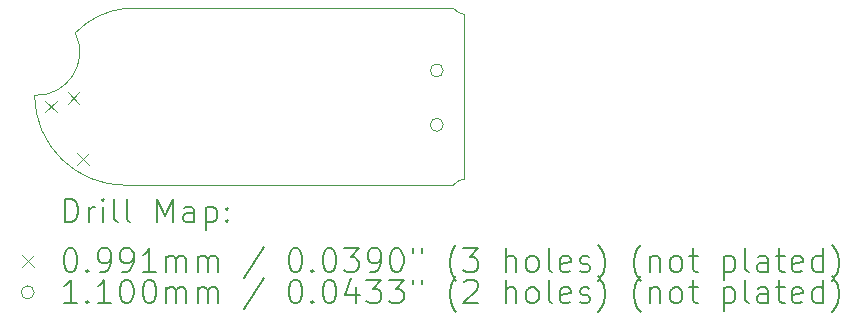
<source format=gbr>
%TF.GenerationSoftware,KiCad,Pcbnew,7.0.7*%
%TF.CreationDate,2024-04-01T13:08:05+02:00*%
%TF.ProjectId,ovrdrive,6f767264-7269-4766-952e-6b696361645f,rev?*%
%TF.SameCoordinates,Original*%
%TF.FileFunction,Drillmap*%
%TF.FilePolarity,Positive*%
%FSLAX45Y45*%
G04 Gerber Fmt 4.5, Leading zero omitted, Abs format (unit mm)*
G04 Created by KiCad (PCBNEW 7.0.7) date 2024-04-01 13:08:05*
%MOMM*%
%LPD*%
G01*
G04 APERTURE LIST*
%ADD10C,0.050000*%
%ADD11C,0.200000*%
%ADD12C,0.099060*%
%ADD13C,0.110000*%
G04 APERTURE END LIST*
D10*
X11580000Y-11162372D02*
X14348446Y-11162372D01*
X11579999Y-9662376D02*
G75*
G03*
X11150000Y-9870724I77211J-707254D01*
G01*
X10803822Y-10400780D02*
G75*
G03*
X11580000Y-11162372I770138J8570D01*
G01*
X14443451Y-11107373D02*
G75*
G03*
X14348452Y-11162372I32589J-165837D01*
G01*
X14348452Y-9662371D02*
G75*
G03*
X14443451Y-9717372I127588J110831D01*
G01*
X14443446Y-9717372D02*
X14443446Y-11107372D01*
X10803826Y-10400780D02*
G75*
G03*
X11150000Y-9870724I16251J367456D01*
G01*
X11580000Y-9662372D02*
X14348446Y-9662372D01*
D11*
D12*
X10894358Y-10445478D02*
X10993418Y-10544538D01*
X10993418Y-10445478D02*
X10894358Y-10544538D01*
X11085304Y-10375980D02*
X11184364Y-10475040D01*
X11184364Y-10375980D02*
X11085304Y-10475040D01*
X11163577Y-10888093D02*
X11262637Y-10987153D01*
X11262637Y-10888093D02*
X11163577Y-10987153D01*
D13*
X14265000Y-10190000D02*
G75*
G03*
X14265000Y-10190000I-55000J0D01*
G01*
X14265000Y-10650000D02*
G75*
G03*
X14265000Y-10650000I-55000J0D01*
G01*
D11*
X11062103Y-11476379D02*
X11062103Y-11276379D01*
X11062103Y-11276379D02*
X11109722Y-11276379D01*
X11109722Y-11276379D02*
X11138294Y-11285903D01*
X11138294Y-11285903D02*
X11157341Y-11304951D01*
X11157341Y-11304951D02*
X11166865Y-11323998D01*
X11166865Y-11323998D02*
X11176389Y-11362094D01*
X11176389Y-11362094D02*
X11176389Y-11390665D01*
X11176389Y-11390665D02*
X11166865Y-11428760D01*
X11166865Y-11428760D02*
X11157341Y-11447808D01*
X11157341Y-11447808D02*
X11138294Y-11466856D01*
X11138294Y-11466856D02*
X11109722Y-11476379D01*
X11109722Y-11476379D02*
X11062103Y-11476379D01*
X11262103Y-11476379D02*
X11262103Y-11343046D01*
X11262103Y-11381141D02*
X11271627Y-11362094D01*
X11271627Y-11362094D02*
X11281151Y-11352570D01*
X11281151Y-11352570D02*
X11300198Y-11343046D01*
X11300198Y-11343046D02*
X11319246Y-11343046D01*
X11385913Y-11476379D02*
X11385913Y-11343046D01*
X11385913Y-11276379D02*
X11376389Y-11285903D01*
X11376389Y-11285903D02*
X11385913Y-11295427D01*
X11385913Y-11295427D02*
X11395436Y-11285903D01*
X11395436Y-11285903D02*
X11385913Y-11276379D01*
X11385913Y-11276379D02*
X11385913Y-11295427D01*
X11509722Y-11476379D02*
X11490674Y-11466856D01*
X11490674Y-11466856D02*
X11481151Y-11447808D01*
X11481151Y-11447808D02*
X11481151Y-11276379D01*
X11614484Y-11476379D02*
X11595436Y-11466856D01*
X11595436Y-11466856D02*
X11585913Y-11447808D01*
X11585913Y-11447808D02*
X11585913Y-11276379D01*
X11843055Y-11476379D02*
X11843055Y-11276379D01*
X11843055Y-11276379D02*
X11909722Y-11419236D01*
X11909722Y-11419236D02*
X11976389Y-11276379D01*
X11976389Y-11276379D02*
X11976389Y-11476379D01*
X12157341Y-11476379D02*
X12157341Y-11371617D01*
X12157341Y-11371617D02*
X12147817Y-11352570D01*
X12147817Y-11352570D02*
X12128770Y-11343046D01*
X12128770Y-11343046D02*
X12090674Y-11343046D01*
X12090674Y-11343046D02*
X12071627Y-11352570D01*
X12157341Y-11466856D02*
X12138294Y-11476379D01*
X12138294Y-11476379D02*
X12090674Y-11476379D01*
X12090674Y-11476379D02*
X12071627Y-11466856D01*
X12071627Y-11466856D02*
X12062103Y-11447808D01*
X12062103Y-11447808D02*
X12062103Y-11428760D01*
X12062103Y-11428760D02*
X12071627Y-11409713D01*
X12071627Y-11409713D02*
X12090674Y-11400189D01*
X12090674Y-11400189D02*
X12138294Y-11400189D01*
X12138294Y-11400189D02*
X12157341Y-11390665D01*
X12252579Y-11343046D02*
X12252579Y-11543046D01*
X12252579Y-11352570D02*
X12271627Y-11343046D01*
X12271627Y-11343046D02*
X12309722Y-11343046D01*
X12309722Y-11343046D02*
X12328770Y-11352570D01*
X12328770Y-11352570D02*
X12338294Y-11362094D01*
X12338294Y-11362094D02*
X12347817Y-11381141D01*
X12347817Y-11381141D02*
X12347817Y-11438284D01*
X12347817Y-11438284D02*
X12338294Y-11457332D01*
X12338294Y-11457332D02*
X12328770Y-11466856D01*
X12328770Y-11466856D02*
X12309722Y-11476379D01*
X12309722Y-11476379D02*
X12271627Y-11476379D01*
X12271627Y-11476379D02*
X12252579Y-11466856D01*
X12433532Y-11457332D02*
X12443055Y-11466856D01*
X12443055Y-11466856D02*
X12433532Y-11476379D01*
X12433532Y-11476379D02*
X12424008Y-11466856D01*
X12424008Y-11466856D02*
X12433532Y-11457332D01*
X12433532Y-11457332D02*
X12433532Y-11476379D01*
X12433532Y-11352570D02*
X12443055Y-11362094D01*
X12443055Y-11362094D02*
X12433532Y-11371617D01*
X12433532Y-11371617D02*
X12424008Y-11362094D01*
X12424008Y-11362094D02*
X12433532Y-11352570D01*
X12433532Y-11352570D02*
X12433532Y-11371617D01*
D12*
X10702266Y-11755366D02*
X10801326Y-11854426D01*
X10801326Y-11755366D02*
X10702266Y-11854426D01*
D11*
X11100198Y-11696379D02*
X11119246Y-11696379D01*
X11119246Y-11696379D02*
X11138294Y-11705903D01*
X11138294Y-11705903D02*
X11147817Y-11715427D01*
X11147817Y-11715427D02*
X11157341Y-11734475D01*
X11157341Y-11734475D02*
X11166865Y-11772570D01*
X11166865Y-11772570D02*
X11166865Y-11820189D01*
X11166865Y-11820189D02*
X11157341Y-11858284D01*
X11157341Y-11858284D02*
X11147817Y-11877332D01*
X11147817Y-11877332D02*
X11138294Y-11886856D01*
X11138294Y-11886856D02*
X11119246Y-11896379D01*
X11119246Y-11896379D02*
X11100198Y-11896379D01*
X11100198Y-11896379D02*
X11081151Y-11886856D01*
X11081151Y-11886856D02*
X11071627Y-11877332D01*
X11071627Y-11877332D02*
X11062103Y-11858284D01*
X11062103Y-11858284D02*
X11052579Y-11820189D01*
X11052579Y-11820189D02*
X11052579Y-11772570D01*
X11052579Y-11772570D02*
X11062103Y-11734475D01*
X11062103Y-11734475D02*
X11071627Y-11715427D01*
X11071627Y-11715427D02*
X11081151Y-11705903D01*
X11081151Y-11705903D02*
X11100198Y-11696379D01*
X11252579Y-11877332D02*
X11262103Y-11886856D01*
X11262103Y-11886856D02*
X11252579Y-11896379D01*
X11252579Y-11896379D02*
X11243055Y-11886856D01*
X11243055Y-11886856D02*
X11252579Y-11877332D01*
X11252579Y-11877332D02*
X11252579Y-11896379D01*
X11357341Y-11896379D02*
X11395436Y-11896379D01*
X11395436Y-11896379D02*
X11414484Y-11886856D01*
X11414484Y-11886856D02*
X11424008Y-11877332D01*
X11424008Y-11877332D02*
X11443055Y-11848760D01*
X11443055Y-11848760D02*
X11452579Y-11810665D01*
X11452579Y-11810665D02*
X11452579Y-11734475D01*
X11452579Y-11734475D02*
X11443055Y-11715427D01*
X11443055Y-11715427D02*
X11433532Y-11705903D01*
X11433532Y-11705903D02*
X11414484Y-11696379D01*
X11414484Y-11696379D02*
X11376389Y-11696379D01*
X11376389Y-11696379D02*
X11357341Y-11705903D01*
X11357341Y-11705903D02*
X11347817Y-11715427D01*
X11347817Y-11715427D02*
X11338294Y-11734475D01*
X11338294Y-11734475D02*
X11338294Y-11782094D01*
X11338294Y-11782094D02*
X11347817Y-11801141D01*
X11347817Y-11801141D02*
X11357341Y-11810665D01*
X11357341Y-11810665D02*
X11376389Y-11820189D01*
X11376389Y-11820189D02*
X11414484Y-11820189D01*
X11414484Y-11820189D02*
X11433532Y-11810665D01*
X11433532Y-11810665D02*
X11443055Y-11801141D01*
X11443055Y-11801141D02*
X11452579Y-11782094D01*
X11547817Y-11896379D02*
X11585913Y-11896379D01*
X11585913Y-11896379D02*
X11604960Y-11886856D01*
X11604960Y-11886856D02*
X11614484Y-11877332D01*
X11614484Y-11877332D02*
X11633532Y-11848760D01*
X11633532Y-11848760D02*
X11643055Y-11810665D01*
X11643055Y-11810665D02*
X11643055Y-11734475D01*
X11643055Y-11734475D02*
X11633532Y-11715427D01*
X11633532Y-11715427D02*
X11624008Y-11705903D01*
X11624008Y-11705903D02*
X11604960Y-11696379D01*
X11604960Y-11696379D02*
X11566865Y-11696379D01*
X11566865Y-11696379D02*
X11547817Y-11705903D01*
X11547817Y-11705903D02*
X11538294Y-11715427D01*
X11538294Y-11715427D02*
X11528770Y-11734475D01*
X11528770Y-11734475D02*
X11528770Y-11782094D01*
X11528770Y-11782094D02*
X11538294Y-11801141D01*
X11538294Y-11801141D02*
X11547817Y-11810665D01*
X11547817Y-11810665D02*
X11566865Y-11820189D01*
X11566865Y-11820189D02*
X11604960Y-11820189D01*
X11604960Y-11820189D02*
X11624008Y-11810665D01*
X11624008Y-11810665D02*
X11633532Y-11801141D01*
X11633532Y-11801141D02*
X11643055Y-11782094D01*
X11833532Y-11896379D02*
X11719246Y-11896379D01*
X11776389Y-11896379D02*
X11776389Y-11696379D01*
X11776389Y-11696379D02*
X11757341Y-11724951D01*
X11757341Y-11724951D02*
X11738294Y-11743998D01*
X11738294Y-11743998D02*
X11719246Y-11753522D01*
X11919246Y-11896379D02*
X11919246Y-11763046D01*
X11919246Y-11782094D02*
X11928770Y-11772570D01*
X11928770Y-11772570D02*
X11947817Y-11763046D01*
X11947817Y-11763046D02*
X11976389Y-11763046D01*
X11976389Y-11763046D02*
X11995436Y-11772570D01*
X11995436Y-11772570D02*
X12004960Y-11791617D01*
X12004960Y-11791617D02*
X12004960Y-11896379D01*
X12004960Y-11791617D02*
X12014484Y-11772570D01*
X12014484Y-11772570D02*
X12033532Y-11763046D01*
X12033532Y-11763046D02*
X12062103Y-11763046D01*
X12062103Y-11763046D02*
X12081151Y-11772570D01*
X12081151Y-11772570D02*
X12090675Y-11791617D01*
X12090675Y-11791617D02*
X12090675Y-11896379D01*
X12185913Y-11896379D02*
X12185913Y-11763046D01*
X12185913Y-11782094D02*
X12195436Y-11772570D01*
X12195436Y-11772570D02*
X12214484Y-11763046D01*
X12214484Y-11763046D02*
X12243056Y-11763046D01*
X12243056Y-11763046D02*
X12262103Y-11772570D01*
X12262103Y-11772570D02*
X12271627Y-11791617D01*
X12271627Y-11791617D02*
X12271627Y-11896379D01*
X12271627Y-11791617D02*
X12281151Y-11772570D01*
X12281151Y-11772570D02*
X12300198Y-11763046D01*
X12300198Y-11763046D02*
X12328770Y-11763046D01*
X12328770Y-11763046D02*
X12347817Y-11772570D01*
X12347817Y-11772570D02*
X12357341Y-11791617D01*
X12357341Y-11791617D02*
X12357341Y-11896379D01*
X12747817Y-11686856D02*
X12576389Y-11943998D01*
X13004960Y-11696379D02*
X13024008Y-11696379D01*
X13024008Y-11696379D02*
X13043056Y-11705903D01*
X13043056Y-11705903D02*
X13052579Y-11715427D01*
X13052579Y-11715427D02*
X13062103Y-11734475D01*
X13062103Y-11734475D02*
X13071627Y-11772570D01*
X13071627Y-11772570D02*
X13071627Y-11820189D01*
X13071627Y-11820189D02*
X13062103Y-11858284D01*
X13062103Y-11858284D02*
X13052579Y-11877332D01*
X13052579Y-11877332D02*
X13043056Y-11886856D01*
X13043056Y-11886856D02*
X13024008Y-11896379D01*
X13024008Y-11896379D02*
X13004960Y-11896379D01*
X13004960Y-11896379D02*
X12985913Y-11886856D01*
X12985913Y-11886856D02*
X12976389Y-11877332D01*
X12976389Y-11877332D02*
X12966865Y-11858284D01*
X12966865Y-11858284D02*
X12957341Y-11820189D01*
X12957341Y-11820189D02*
X12957341Y-11772570D01*
X12957341Y-11772570D02*
X12966865Y-11734475D01*
X12966865Y-11734475D02*
X12976389Y-11715427D01*
X12976389Y-11715427D02*
X12985913Y-11705903D01*
X12985913Y-11705903D02*
X13004960Y-11696379D01*
X13157341Y-11877332D02*
X13166865Y-11886856D01*
X13166865Y-11886856D02*
X13157341Y-11896379D01*
X13157341Y-11896379D02*
X13147818Y-11886856D01*
X13147818Y-11886856D02*
X13157341Y-11877332D01*
X13157341Y-11877332D02*
X13157341Y-11896379D01*
X13290675Y-11696379D02*
X13309722Y-11696379D01*
X13309722Y-11696379D02*
X13328770Y-11705903D01*
X13328770Y-11705903D02*
X13338294Y-11715427D01*
X13338294Y-11715427D02*
X13347818Y-11734475D01*
X13347818Y-11734475D02*
X13357341Y-11772570D01*
X13357341Y-11772570D02*
X13357341Y-11820189D01*
X13357341Y-11820189D02*
X13347818Y-11858284D01*
X13347818Y-11858284D02*
X13338294Y-11877332D01*
X13338294Y-11877332D02*
X13328770Y-11886856D01*
X13328770Y-11886856D02*
X13309722Y-11896379D01*
X13309722Y-11896379D02*
X13290675Y-11896379D01*
X13290675Y-11896379D02*
X13271627Y-11886856D01*
X13271627Y-11886856D02*
X13262103Y-11877332D01*
X13262103Y-11877332D02*
X13252579Y-11858284D01*
X13252579Y-11858284D02*
X13243056Y-11820189D01*
X13243056Y-11820189D02*
X13243056Y-11772570D01*
X13243056Y-11772570D02*
X13252579Y-11734475D01*
X13252579Y-11734475D02*
X13262103Y-11715427D01*
X13262103Y-11715427D02*
X13271627Y-11705903D01*
X13271627Y-11705903D02*
X13290675Y-11696379D01*
X13424008Y-11696379D02*
X13547818Y-11696379D01*
X13547818Y-11696379D02*
X13481151Y-11772570D01*
X13481151Y-11772570D02*
X13509722Y-11772570D01*
X13509722Y-11772570D02*
X13528770Y-11782094D01*
X13528770Y-11782094D02*
X13538294Y-11791617D01*
X13538294Y-11791617D02*
X13547818Y-11810665D01*
X13547818Y-11810665D02*
X13547818Y-11858284D01*
X13547818Y-11858284D02*
X13538294Y-11877332D01*
X13538294Y-11877332D02*
X13528770Y-11886856D01*
X13528770Y-11886856D02*
X13509722Y-11896379D01*
X13509722Y-11896379D02*
X13452579Y-11896379D01*
X13452579Y-11896379D02*
X13433532Y-11886856D01*
X13433532Y-11886856D02*
X13424008Y-11877332D01*
X13643056Y-11896379D02*
X13681151Y-11896379D01*
X13681151Y-11896379D02*
X13700199Y-11886856D01*
X13700199Y-11886856D02*
X13709722Y-11877332D01*
X13709722Y-11877332D02*
X13728770Y-11848760D01*
X13728770Y-11848760D02*
X13738294Y-11810665D01*
X13738294Y-11810665D02*
X13738294Y-11734475D01*
X13738294Y-11734475D02*
X13728770Y-11715427D01*
X13728770Y-11715427D02*
X13719246Y-11705903D01*
X13719246Y-11705903D02*
X13700199Y-11696379D01*
X13700199Y-11696379D02*
X13662103Y-11696379D01*
X13662103Y-11696379D02*
X13643056Y-11705903D01*
X13643056Y-11705903D02*
X13633532Y-11715427D01*
X13633532Y-11715427D02*
X13624008Y-11734475D01*
X13624008Y-11734475D02*
X13624008Y-11782094D01*
X13624008Y-11782094D02*
X13633532Y-11801141D01*
X13633532Y-11801141D02*
X13643056Y-11810665D01*
X13643056Y-11810665D02*
X13662103Y-11820189D01*
X13662103Y-11820189D02*
X13700199Y-11820189D01*
X13700199Y-11820189D02*
X13719246Y-11810665D01*
X13719246Y-11810665D02*
X13728770Y-11801141D01*
X13728770Y-11801141D02*
X13738294Y-11782094D01*
X13862103Y-11696379D02*
X13881151Y-11696379D01*
X13881151Y-11696379D02*
X13900199Y-11705903D01*
X13900199Y-11705903D02*
X13909722Y-11715427D01*
X13909722Y-11715427D02*
X13919246Y-11734475D01*
X13919246Y-11734475D02*
X13928770Y-11772570D01*
X13928770Y-11772570D02*
X13928770Y-11820189D01*
X13928770Y-11820189D02*
X13919246Y-11858284D01*
X13919246Y-11858284D02*
X13909722Y-11877332D01*
X13909722Y-11877332D02*
X13900199Y-11886856D01*
X13900199Y-11886856D02*
X13881151Y-11896379D01*
X13881151Y-11896379D02*
X13862103Y-11896379D01*
X13862103Y-11896379D02*
X13843056Y-11886856D01*
X13843056Y-11886856D02*
X13833532Y-11877332D01*
X13833532Y-11877332D02*
X13824008Y-11858284D01*
X13824008Y-11858284D02*
X13814484Y-11820189D01*
X13814484Y-11820189D02*
X13814484Y-11772570D01*
X13814484Y-11772570D02*
X13824008Y-11734475D01*
X13824008Y-11734475D02*
X13833532Y-11715427D01*
X13833532Y-11715427D02*
X13843056Y-11705903D01*
X13843056Y-11705903D02*
X13862103Y-11696379D01*
X14004960Y-11696379D02*
X14004960Y-11734475D01*
X14081151Y-11696379D02*
X14081151Y-11734475D01*
X14376389Y-11972570D02*
X14366865Y-11963046D01*
X14366865Y-11963046D02*
X14347818Y-11934475D01*
X14347818Y-11934475D02*
X14338294Y-11915427D01*
X14338294Y-11915427D02*
X14328770Y-11886856D01*
X14328770Y-11886856D02*
X14319246Y-11839236D01*
X14319246Y-11839236D02*
X14319246Y-11801141D01*
X14319246Y-11801141D02*
X14328770Y-11753522D01*
X14328770Y-11753522D02*
X14338294Y-11724951D01*
X14338294Y-11724951D02*
X14347818Y-11705903D01*
X14347818Y-11705903D02*
X14366865Y-11677332D01*
X14366865Y-11677332D02*
X14376389Y-11667808D01*
X14433532Y-11696379D02*
X14557341Y-11696379D01*
X14557341Y-11696379D02*
X14490675Y-11772570D01*
X14490675Y-11772570D02*
X14519246Y-11772570D01*
X14519246Y-11772570D02*
X14538294Y-11782094D01*
X14538294Y-11782094D02*
X14547818Y-11791617D01*
X14547818Y-11791617D02*
X14557341Y-11810665D01*
X14557341Y-11810665D02*
X14557341Y-11858284D01*
X14557341Y-11858284D02*
X14547818Y-11877332D01*
X14547818Y-11877332D02*
X14538294Y-11886856D01*
X14538294Y-11886856D02*
X14519246Y-11896379D01*
X14519246Y-11896379D02*
X14462103Y-11896379D01*
X14462103Y-11896379D02*
X14443056Y-11886856D01*
X14443056Y-11886856D02*
X14433532Y-11877332D01*
X14795437Y-11896379D02*
X14795437Y-11696379D01*
X14881151Y-11896379D02*
X14881151Y-11791617D01*
X14881151Y-11791617D02*
X14871627Y-11772570D01*
X14871627Y-11772570D02*
X14852580Y-11763046D01*
X14852580Y-11763046D02*
X14824008Y-11763046D01*
X14824008Y-11763046D02*
X14804961Y-11772570D01*
X14804961Y-11772570D02*
X14795437Y-11782094D01*
X15004961Y-11896379D02*
X14985913Y-11886856D01*
X14985913Y-11886856D02*
X14976389Y-11877332D01*
X14976389Y-11877332D02*
X14966865Y-11858284D01*
X14966865Y-11858284D02*
X14966865Y-11801141D01*
X14966865Y-11801141D02*
X14976389Y-11782094D01*
X14976389Y-11782094D02*
X14985913Y-11772570D01*
X14985913Y-11772570D02*
X15004961Y-11763046D01*
X15004961Y-11763046D02*
X15033532Y-11763046D01*
X15033532Y-11763046D02*
X15052580Y-11772570D01*
X15052580Y-11772570D02*
X15062103Y-11782094D01*
X15062103Y-11782094D02*
X15071627Y-11801141D01*
X15071627Y-11801141D02*
X15071627Y-11858284D01*
X15071627Y-11858284D02*
X15062103Y-11877332D01*
X15062103Y-11877332D02*
X15052580Y-11886856D01*
X15052580Y-11886856D02*
X15033532Y-11896379D01*
X15033532Y-11896379D02*
X15004961Y-11896379D01*
X15185913Y-11896379D02*
X15166865Y-11886856D01*
X15166865Y-11886856D02*
X15157342Y-11867808D01*
X15157342Y-11867808D02*
X15157342Y-11696379D01*
X15338294Y-11886856D02*
X15319246Y-11896379D01*
X15319246Y-11896379D02*
X15281151Y-11896379D01*
X15281151Y-11896379D02*
X15262103Y-11886856D01*
X15262103Y-11886856D02*
X15252580Y-11867808D01*
X15252580Y-11867808D02*
X15252580Y-11791617D01*
X15252580Y-11791617D02*
X15262103Y-11772570D01*
X15262103Y-11772570D02*
X15281151Y-11763046D01*
X15281151Y-11763046D02*
X15319246Y-11763046D01*
X15319246Y-11763046D02*
X15338294Y-11772570D01*
X15338294Y-11772570D02*
X15347818Y-11791617D01*
X15347818Y-11791617D02*
X15347818Y-11810665D01*
X15347818Y-11810665D02*
X15252580Y-11829713D01*
X15424008Y-11886856D02*
X15443056Y-11896379D01*
X15443056Y-11896379D02*
X15481151Y-11896379D01*
X15481151Y-11896379D02*
X15500199Y-11886856D01*
X15500199Y-11886856D02*
X15509723Y-11867808D01*
X15509723Y-11867808D02*
X15509723Y-11858284D01*
X15509723Y-11858284D02*
X15500199Y-11839236D01*
X15500199Y-11839236D02*
X15481151Y-11829713D01*
X15481151Y-11829713D02*
X15452580Y-11829713D01*
X15452580Y-11829713D02*
X15433532Y-11820189D01*
X15433532Y-11820189D02*
X15424008Y-11801141D01*
X15424008Y-11801141D02*
X15424008Y-11791617D01*
X15424008Y-11791617D02*
X15433532Y-11772570D01*
X15433532Y-11772570D02*
X15452580Y-11763046D01*
X15452580Y-11763046D02*
X15481151Y-11763046D01*
X15481151Y-11763046D02*
X15500199Y-11772570D01*
X15576389Y-11972570D02*
X15585913Y-11963046D01*
X15585913Y-11963046D02*
X15604961Y-11934475D01*
X15604961Y-11934475D02*
X15614484Y-11915427D01*
X15614484Y-11915427D02*
X15624008Y-11886856D01*
X15624008Y-11886856D02*
X15633532Y-11839236D01*
X15633532Y-11839236D02*
X15633532Y-11801141D01*
X15633532Y-11801141D02*
X15624008Y-11753522D01*
X15624008Y-11753522D02*
X15614484Y-11724951D01*
X15614484Y-11724951D02*
X15604961Y-11705903D01*
X15604961Y-11705903D02*
X15585913Y-11677332D01*
X15585913Y-11677332D02*
X15576389Y-11667808D01*
X15938294Y-11972570D02*
X15928770Y-11963046D01*
X15928770Y-11963046D02*
X15909723Y-11934475D01*
X15909723Y-11934475D02*
X15900199Y-11915427D01*
X15900199Y-11915427D02*
X15890675Y-11886856D01*
X15890675Y-11886856D02*
X15881151Y-11839236D01*
X15881151Y-11839236D02*
X15881151Y-11801141D01*
X15881151Y-11801141D02*
X15890675Y-11753522D01*
X15890675Y-11753522D02*
X15900199Y-11724951D01*
X15900199Y-11724951D02*
X15909723Y-11705903D01*
X15909723Y-11705903D02*
X15928770Y-11677332D01*
X15928770Y-11677332D02*
X15938294Y-11667808D01*
X16014484Y-11763046D02*
X16014484Y-11896379D01*
X16014484Y-11782094D02*
X16024008Y-11772570D01*
X16024008Y-11772570D02*
X16043056Y-11763046D01*
X16043056Y-11763046D02*
X16071627Y-11763046D01*
X16071627Y-11763046D02*
X16090675Y-11772570D01*
X16090675Y-11772570D02*
X16100199Y-11791617D01*
X16100199Y-11791617D02*
X16100199Y-11896379D01*
X16224008Y-11896379D02*
X16204961Y-11886856D01*
X16204961Y-11886856D02*
X16195437Y-11877332D01*
X16195437Y-11877332D02*
X16185913Y-11858284D01*
X16185913Y-11858284D02*
X16185913Y-11801141D01*
X16185913Y-11801141D02*
X16195437Y-11782094D01*
X16195437Y-11782094D02*
X16204961Y-11772570D01*
X16204961Y-11772570D02*
X16224008Y-11763046D01*
X16224008Y-11763046D02*
X16252580Y-11763046D01*
X16252580Y-11763046D02*
X16271627Y-11772570D01*
X16271627Y-11772570D02*
X16281151Y-11782094D01*
X16281151Y-11782094D02*
X16290675Y-11801141D01*
X16290675Y-11801141D02*
X16290675Y-11858284D01*
X16290675Y-11858284D02*
X16281151Y-11877332D01*
X16281151Y-11877332D02*
X16271627Y-11886856D01*
X16271627Y-11886856D02*
X16252580Y-11896379D01*
X16252580Y-11896379D02*
X16224008Y-11896379D01*
X16347818Y-11763046D02*
X16424008Y-11763046D01*
X16376389Y-11696379D02*
X16376389Y-11867808D01*
X16376389Y-11867808D02*
X16385913Y-11886856D01*
X16385913Y-11886856D02*
X16404961Y-11896379D01*
X16404961Y-11896379D02*
X16424008Y-11896379D01*
X16643056Y-11763046D02*
X16643056Y-11963046D01*
X16643056Y-11772570D02*
X16662104Y-11763046D01*
X16662104Y-11763046D02*
X16700199Y-11763046D01*
X16700199Y-11763046D02*
X16719246Y-11772570D01*
X16719246Y-11772570D02*
X16728770Y-11782094D01*
X16728770Y-11782094D02*
X16738294Y-11801141D01*
X16738294Y-11801141D02*
X16738294Y-11858284D01*
X16738294Y-11858284D02*
X16728770Y-11877332D01*
X16728770Y-11877332D02*
X16719246Y-11886856D01*
X16719246Y-11886856D02*
X16700199Y-11896379D01*
X16700199Y-11896379D02*
X16662104Y-11896379D01*
X16662104Y-11896379D02*
X16643056Y-11886856D01*
X16852580Y-11896379D02*
X16833532Y-11886856D01*
X16833532Y-11886856D02*
X16824008Y-11867808D01*
X16824008Y-11867808D02*
X16824008Y-11696379D01*
X17014485Y-11896379D02*
X17014485Y-11791617D01*
X17014485Y-11791617D02*
X17004961Y-11772570D01*
X17004961Y-11772570D02*
X16985913Y-11763046D01*
X16985913Y-11763046D02*
X16947818Y-11763046D01*
X16947818Y-11763046D02*
X16928770Y-11772570D01*
X17014485Y-11886856D02*
X16995437Y-11896379D01*
X16995437Y-11896379D02*
X16947818Y-11896379D01*
X16947818Y-11896379D02*
X16928770Y-11886856D01*
X16928770Y-11886856D02*
X16919247Y-11867808D01*
X16919247Y-11867808D02*
X16919247Y-11848760D01*
X16919247Y-11848760D02*
X16928770Y-11829713D01*
X16928770Y-11829713D02*
X16947818Y-11820189D01*
X16947818Y-11820189D02*
X16995437Y-11820189D01*
X16995437Y-11820189D02*
X17014485Y-11810665D01*
X17081151Y-11763046D02*
X17157342Y-11763046D01*
X17109723Y-11696379D02*
X17109723Y-11867808D01*
X17109723Y-11867808D02*
X17119247Y-11886856D01*
X17119247Y-11886856D02*
X17138294Y-11896379D01*
X17138294Y-11896379D02*
X17157342Y-11896379D01*
X17300199Y-11886856D02*
X17281151Y-11896379D01*
X17281151Y-11896379D02*
X17243056Y-11896379D01*
X17243056Y-11896379D02*
X17224008Y-11886856D01*
X17224008Y-11886856D02*
X17214485Y-11867808D01*
X17214485Y-11867808D02*
X17214485Y-11791617D01*
X17214485Y-11791617D02*
X17224008Y-11772570D01*
X17224008Y-11772570D02*
X17243056Y-11763046D01*
X17243056Y-11763046D02*
X17281151Y-11763046D01*
X17281151Y-11763046D02*
X17300199Y-11772570D01*
X17300199Y-11772570D02*
X17309723Y-11791617D01*
X17309723Y-11791617D02*
X17309723Y-11810665D01*
X17309723Y-11810665D02*
X17214485Y-11829713D01*
X17481151Y-11896379D02*
X17481151Y-11696379D01*
X17481151Y-11886856D02*
X17462104Y-11896379D01*
X17462104Y-11896379D02*
X17424008Y-11896379D01*
X17424008Y-11896379D02*
X17404961Y-11886856D01*
X17404961Y-11886856D02*
X17395437Y-11877332D01*
X17395437Y-11877332D02*
X17385913Y-11858284D01*
X17385913Y-11858284D02*
X17385913Y-11801141D01*
X17385913Y-11801141D02*
X17395437Y-11782094D01*
X17395437Y-11782094D02*
X17404961Y-11772570D01*
X17404961Y-11772570D02*
X17424008Y-11763046D01*
X17424008Y-11763046D02*
X17462104Y-11763046D01*
X17462104Y-11763046D02*
X17481151Y-11772570D01*
X17557342Y-11972570D02*
X17566866Y-11963046D01*
X17566866Y-11963046D02*
X17585913Y-11934475D01*
X17585913Y-11934475D02*
X17595437Y-11915427D01*
X17595437Y-11915427D02*
X17604961Y-11886856D01*
X17604961Y-11886856D02*
X17614485Y-11839236D01*
X17614485Y-11839236D02*
X17614485Y-11801141D01*
X17614485Y-11801141D02*
X17604961Y-11753522D01*
X17604961Y-11753522D02*
X17595437Y-11724951D01*
X17595437Y-11724951D02*
X17585913Y-11705903D01*
X17585913Y-11705903D02*
X17566866Y-11677332D01*
X17566866Y-11677332D02*
X17557342Y-11667808D01*
D13*
X10801326Y-12068896D02*
G75*
G03*
X10801326Y-12068896I-55000J0D01*
G01*
D11*
X11166865Y-12160379D02*
X11052579Y-12160379D01*
X11109722Y-12160379D02*
X11109722Y-11960379D01*
X11109722Y-11960379D02*
X11090675Y-11988951D01*
X11090675Y-11988951D02*
X11071627Y-12007998D01*
X11071627Y-12007998D02*
X11052579Y-12017522D01*
X11252579Y-12141332D02*
X11262103Y-12150856D01*
X11262103Y-12150856D02*
X11252579Y-12160379D01*
X11252579Y-12160379D02*
X11243055Y-12150856D01*
X11243055Y-12150856D02*
X11252579Y-12141332D01*
X11252579Y-12141332D02*
X11252579Y-12160379D01*
X11452579Y-12160379D02*
X11338294Y-12160379D01*
X11395436Y-12160379D02*
X11395436Y-11960379D01*
X11395436Y-11960379D02*
X11376389Y-11988951D01*
X11376389Y-11988951D02*
X11357341Y-12007998D01*
X11357341Y-12007998D02*
X11338294Y-12017522D01*
X11576389Y-11960379D02*
X11595436Y-11960379D01*
X11595436Y-11960379D02*
X11614484Y-11969903D01*
X11614484Y-11969903D02*
X11624008Y-11979427D01*
X11624008Y-11979427D02*
X11633532Y-11998475D01*
X11633532Y-11998475D02*
X11643055Y-12036570D01*
X11643055Y-12036570D02*
X11643055Y-12084189D01*
X11643055Y-12084189D02*
X11633532Y-12122284D01*
X11633532Y-12122284D02*
X11624008Y-12141332D01*
X11624008Y-12141332D02*
X11614484Y-12150856D01*
X11614484Y-12150856D02*
X11595436Y-12160379D01*
X11595436Y-12160379D02*
X11576389Y-12160379D01*
X11576389Y-12160379D02*
X11557341Y-12150856D01*
X11557341Y-12150856D02*
X11547817Y-12141332D01*
X11547817Y-12141332D02*
X11538294Y-12122284D01*
X11538294Y-12122284D02*
X11528770Y-12084189D01*
X11528770Y-12084189D02*
X11528770Y-12036570D01*
X11528770Y-12036570D02*
X11538294Y-11998475D01*
X11538294Y-11998475D02*
X11547817Y-11979427D01*
X11547817Y-11979427D02*
X11557341Y-11969903D01*
X11557341Y-11969903D02*
X11576389Y-11960379D01*
X11766865Y-11960379D02*
X11785913Y-11960379D01*
X11785913Y-11960379D02*
X11804960Y-11969903D01*
X11804960Y-11969903D02*
X11814484Y-11979427D01*
X11814484Y-11979427D02*
X11824008Y-11998475D01*
X11824008Y-11998475D02*
X11833532Y-12036570D01*
X11833532Y-12036570D02*
X11833532Y-12084189D01*
X11833532Y-12084189D02*
X11824008Y-12122284D01*
X11824008Y-12122284D02*
X11814484Y-12141332D01*
X11814484Y-12141332D02*
X11804960Y-12150856D01*
X11804960Y-12150856D02*
X11785913Y-12160379D01*
X11785913Y-12160379D02*
X11766865Y-12160379D01*
X11766865Y-12160379D02*
X11747817Y-12150856D01*
X11747817Y-12150856D02*
X11738294Y-12141332D01*
X11738294Y-12141332D02*
X11728770Y-12122284D01*
X11728770Y-12122284D02*
X11719246Y-12084189D01*
X11719246Y-12084189D02*
X11719246Y-12036570D01*
X11719246Y-12036570D02*
X11728770Y-11998475D01*
X11728770Y-11998475D02*
X11738294Y-11979427D01*
X11738294Y-11979427D02*
X11747817Y-11969903D01*
X11747817Y-11969903D02*
X11766865Y-11960379D01*
X11919246Y-12160379D02*
X11919246Y-12027046D01*
X11919246Y-12046094D02*
X11928770Y-12036570D01*
X11928770Y-12036570D02*
X11947817Y-12027046D01*
X11947817Y-12027046D02*
X11976389Y-12027046D01*
X11976389Y-12027046D02*
X11995436Y-12036570D01*
X11995436Y-12036570D02*
X12004960Y-12055617D01*
X12004960Y-12055617D02*
X12004960Y-12160379D01*
X12004960Y-12055617D02*
X12014484Y-12036570D01*
X12014484Y-12036570D02*
X12033532Y-12027046D01*
X12033532Y-12027046D02*
X12062103Y-12027046D01*
X12062103Y-12027046D02*
X12081151Y-12036570D01*
X12081151Y-12036570D02*
X12090675Y-12055617D01*
X12090675Y-12055617D02*
X12090675Y-12160379D01*
X12185913Y-12160379D02*
X12185913Y-12027046D01*
X12185913Y-12046094D02*
X12195436Y-12036570D01*
X12195436Y-12036570D02*
X12214484Y-12027046D01*
X12214484Y-12027046D02*
X12243056Y-12027046D01*
X12243056Y-12027046D02*
X12262103Y-12036570D01*
X12262103Y-12036570D02*
X12271627Y-12055617D01*
X12271627Y-12055617D02*
X12271627Y-12160379D01*
X12271627Y-12055617D02*
X12281151Y-12036570D01*
X12281151Y-12036570D02*
X12300198Y-12027046D01*
X12300198Y-12027046D02*
X12328770Y-12027046D01*
X12328770Y-12027046D02*
X12347817Y-12036570D01*
X12347817Y-12036570D02*
X12357341Y-12055617D01*
X12357341Y-12055617D02*
X12357341Y-12160379D01*
X12747817Y-11950856D02*
X12576389Y-12207998D01*
X13004960Y-11960379D02*
X13024008Y-11960379D01*
X13024008Y-11960379D02*
X13043056Y-11969903D01*
X13043056Y-11969903D02*
X13052579Y-11979427D01*
X13052579Y-11979427D02*
X13062103Y-11998475D01*
X13062103Y-11998475D02*
X13071627Y-12036570D01*
X13071627Y-12036570D02*
X13071627Y-12084189D01*
X13071627Y-12084189D02*
X13062103Y-12122284D01*
X13062103Y-12122284D02*
X13052579Y-12141332D01*
X13052579Y-12141332D02*
X13043056Y-12150856D01*
X13043056Y-12150856D02*
X13024008Y-12160379D01*
X13024008Y-12160379D02*
X13004960Y-12160379D01*
X13004960Y-12160379D02*
X12985913Y-12150856D01*
X12985913Y-12150856D02*
X12976389Y-12141332D01*
X12976389Y-12141332D02*
X12966865Y-12122284D01*
X12966865Y-12122284D02*
X12957341Y-12084189D01*
X12957341Y-12084189D02*
X12957341Y-12036570D01*
X12957341Y-12036570D02*
X12966865Y-11998475D01*
X12966865Y-11998475D02*
X12976389Y-11979427D01*
X12976389Y-11979427D02*
X12985913Y-11969903D01*
X12985913Y-11969903D02*
X13004960Y-11960379D01*
X13157341Y-12141332D02*
X13166865Y-12150856D01*
X13166865Y-12150856D02*
X13157341Y-12160379D01*
X13157341Y-12160379D02*
X13147818Y-12150856D01*
X13147818Y-12150856D02*
X13157341Y-12141332D01*
X13157341Y-12141332D02*
X13157341Y-12160379D01*
X13290675Y-11960379D02*
X13309722Y-11960379D01*
X13309722Y-11960379D02*
X13328770Y-11969903D01*
X13328770Y-11969903D02*
X13338294Y-11979427D01*
X13338294Y-11979427D02*
X13347818Y-11998475D01*
X13347818Y-11998475D02*
X13357341Y-12036570D01*
X13357341Y-12036570D02*
X13357341Y-12084189D01*
X13357341Y-12084189D02*
X13347818Y-12122284D01*
X13347818Y-12122284D02*
X13338294Y-12141332D01*
X13338294Y-12141332D02*
X13328770Y-12150856D01*
X13328770Y-12150856D02*
X13309722Y-12160379D01*
X13309722Y-12160379D02*
X13290675Y-12160379D01*
X13290675Y-12160379D02*
X13271627Y-12150856D01*
X13271627Y-12150856D02*
X13262103Y-12141332D01*
X13262103Y-12141332D02*
X13252579Y-12122284D01*
X13252579Y-12122284D02*
X13243056Y-12084189D01*
X13243056Y-12084189D02*
X13243056Y-12036570D01*
X13243056Y-12036570D02*
X13252579Y-11998475D01*
X13252579Y-11998475D02*
X13262103Y-11979427D01*
X13262103Y-11979427D02*
X13271627Y-11969903D01*
X13271627Y-11969903D02*
X13290675Y-11960379D01*
X13528770Y-12027046D02*
X13528770Y-12160379D01*
X13481151Y-11950856D02*
X13433532Y-12093713D01*
X13433532Y-12093713D02*
X13557341Y-12093713D01*
X13614484Y-11960379D02*
X13738294Y-11960379D01*
X13738294Y-11960379D02*
X13671627Y-12036570D01*
X13671627Y-12036570D02*
X13700199Y-12036570D01*
X13700199Y-12036570D02*
X13719246Y-12046094D01*
X13719246Y-12046094D02*
X13728770Y-12055617D01*
X13728770Y-12055617D02*
X13738294Y-12074665D01*
X13738294Y-12074665D02*
X13738294Y-12122284D01*
X13738294Y-12122284D02*
X13728770Y-12141332D01*
X13728770Y-12141332D02*
X13719246Y-12150856D01*
X13719246Y-12150856D02*
X13700199Y-12160379D01*
X13700199Y-12160379D02*
X13643056Y-12160379D01*
X13643056Y-12160379D02*
X13624008Y-12150856D01*
X13624008Y-12150856D02*
X13614484Y-12141332D01*
X13804960Y-11960379D02*
X13928770Y-11960379D01*
X13928770Y-11960379D02*
X13862103Y-12036570D01*
X13862103Y-12036570D02*
X13890675Y-12036570D01*
X13890675Y-12036570D02*
X13909722Y-12046094D01*
X13909722Y-12046094D02*
X13919246Y-12055617D01*
X13919246Y-12055617D02*
X13928770Y-12074665D01*
X13928770Y-12074665D02*
X13928770Y-12122284D01*
X13928770Y-12122284D02*
X13919246Y-12141332D01*
X13919246Y-12141332D02*
X13909722Y-12150856D01*
X13909722Y-12150856D02*
X13890675Y-12160379D01*
X13890675Y-12160379D02*
X13833532Y-12160379D01*
X13833532Y-12160379D02*
X13814484Y-12150856D01*
X13814484Y-12150856D02*
X13804960Y-12141332D01*
X14004960Y-11960379D02*
X14004960Y-11998475D01*
X14081151Y-11960379D02*
X14081151Y-11998475D01*
X14376389Y-12236570D02*
X14366865Y-12227046D01*
X14366865Y-12227046D02*
X14347818Y-12198475D01*
X14347818Y-12198475D02*
X14338294Y-12179427D01*
X14338294Y-12179427D02*
X14328770Y-12150856D01*
X14328770Y-12150856D02*
X14319246Y-12103236D01*
X14319246Y-12103236D02*
X14319246Y-12065141D01*
X14319246Y-12065141D02*
X14328770Y-12017522D01*
X14328770Y-12017522D02*
X14338294Y-11988951D01*
X14338294Y-11988951D02*
X14347818Y-11969903D01*
X14347818Y-11969903D02*
X14366865Y-11941332D01*
X14366865Y-11941332D02*
X14376389Y-11931808D01*
X14443056Y-11979427D02*
X14452580Y-11969903D01*
X14452580Y-11969903D02*
X14471627Y-11960379D01*
X14471627Y-11960379D02*
X14519246Y-11960379D01*
X14519246Y-11960379D02*
X14538294Y-11969903D01*
X14538294Y-11969903D02*
X14547818Y-11979427D01*
X14547818Y-11979427D02*
X14557341Y-11998475D01*
X14557341Y-11998475D02*
X14557341Y-12017522D01*
X14557341Y-12017522D02*
X14547818Y-12046094D01*
X14547818Y-12046094D02*
X14433532Y-12160379D01*
X14433532Y-12160379D02*
X14557341Y-12160379D01*
X14795437Y-12160379D02*
X14795437Y-11960379D01*
X14881151Y-12160379D02*
X14881151Y-12055617D01*
X14881151Y-12055617D02*
X14871627Y-12036570D01*
X14871627Y-12036570D02*
X14852580Y-12027046D01*
X14852580Y-12027046D02*
X14824008Y-12027046D01*
X14824008Y-12027046D02*
X14804961Y-12036570D01*
X14804961Y-12036570D02*
X14795437Y-12046094D01*
X15004961Y-12160379D02*
X14985913Y-12150856D01*
X14985913Y-12150856D02*
X14976389Y-12141332D01*
X14976389Y-12141332D02*
X14966865Y-12122284D01*
X14966865Y-12122284D02*
X14966865Y-12065141D01*
X14966865Y-12065141D02*
X14976389Y-12046094D01*
X14976389Y-12046094D02*
X14985913Y-12036570D01*
X14985913Y-12036570D02*
X15004961Y-12027046D01*
X15004961Y-12027046D02*
X15033532Y-12027046D01*
X15033532Y-12027046D02*
X15052580Y-12036570D01*
X15052580Y-12036570D02*
X15062103Y-12046094D01*
X15062103Y-12046094D02*
X15071627Y-12065141D01*
X15071627Y-12065141D02*
X15071627Y-12122284D01*
X15071627Y-12122284D02*
X15062103Y-12141332D01*
X15062103Y-12141332D02*
X15052580Y-12150856D01*
X15052580Y-12150856D02*
X15033532Y-12160379D01*
X15033532Y-12160379D02*
X15004961Y-12160379D01*
X15185913Y-12160379D02*
X15166865Y-12150856D01*
X15166865Y-12150856D02*
X15157342Y-12131808D01*
X15157342Y-12131808D02*
X15157342Y-11960379D01*
X15338294Y-12150856D02*
X15319246Y-12160379D01*
X15319246Y-12160379D02*
X15281151Y-12160379D01*
X15281151Y-12160379D02*
X15262103Y-12150856D01*
X15262103Y-12150856D02*
X15252580Y-12131808D01*
X15252580Y-12131808D02*
X15252580Y-12055617D01*
X15252580Y-12055617D02*
X15262103Y-12036570D01*
X15262103Y-12036570D02*
X15281151Y-12027046D01*
X15281151Y-12027046D02*
X15319246Y-12027046D01*
X15319246Y-12027046D02*
X15338294Y-12036570D01*
X15338294Y-12036570D02*
X15347818Y-12055617D01*
X15347818Y-12055617D02*
X15347818Y-12074665D01*
X15347818Y-12074665D02*
X15252580Y-12093713D01*
X15424008Y-12150856D02*
X15443056Y-12160379D01*
X15443056Y-12160379D02*
X15481151Y-12160379D01*
X15481151Y-12160379D02*
X15500199Y-12150856D01*
X15500199Y-12150856D02*
X15509723Y-12131808D01*
X15509723Y-12131808D02*
X15509723Y-12122284D01*
X15509723Y-12122284D02*
X15500199Y-12103236D01*
X15500199Y-12103236D02*
X15481151Y-12093713D01*
X15481151Y-12093713D02*
X15452580Y-12093713D01*
X15452580Y-12093713D02*
X15433532Y-12084189D01*
X15433532Y-12084189D02*
X15424008Y-12065141D01*
X15424008Y-12065141D02*
X15424008Y-12055617D01*
X15424008Y-12055617D02*
X15433532Y-12036570D01*
X15433532Y-12036570D02*
X15452580Y-12027046D01*
X15452580Y-12027046D02*
X15481151Y-12027046D01*
X15481151Y-12027046D02*
X15500199Y-12036570D01*
X15576389Y-12236570D02*
X15585913Y-12227046D01*
X15585913Y-12227046D02*
X15604961Y-12198475D01*
X15604961Y-12198475D02*
X15614484Y-12179427D01*
X15614484Y-12179427D02*
X15624008Y-12150856D01*
X15624008Y-12150856D02*
X15633532Y-12103236D01*
X15633532Y-12103236D02*
X15633532Y-12065141D01*
X15633532Y-12065141D02*
X15624008Y-12017522D01*
X15624008Y-12017522D02*
X15614484Y-11988951D01*
X15614484Y-11988951D02*
X15604961Y-11969903D01*
X15604961Y-11969903D02*
X15585913Y-11941332D01*
X15585913Y-11941332D02*
X15576389Y-11931808D01*
X15938294Y-12236570D02*
X15928770Y-12227046D01*
X15928770Y-12227046D02*
X15909723Y-12198475D01*
X15909723Y-12198475D02*
X15900199Y-12179427D01*
X15900199Y-12179427D02*
X15890675Y-12150856D01*
X15890675Y-12150856D02*
X15881151Y-12103236D01*
X15881151Y-12103236D02*
X15881151Y-12065141D01*
X15881151Y-12065141D02*
X15890675Y-12017522D01*
X15890675Y-12017522D02*
X15900199Y-11988951D01*
X15900199Y-11988951D02*
X15909723Y-11969903D01*
X15909723Y-11969903D02*
X15928770Y-11941332D01*
X15928770Y-11941332D02*
X15938294Y-11931808D01*
X16014484Y-12027046D02*
X16014484Y-12160379D01*
X16014484Y-12046094D02*
X16024008Y-12036570D01*
X16024008Y-12036570D02*
X16043056Y-12027046D01*
X16043056Y-12027046D02*
X16071627Y-12027046D01*
X16071627Y-12027046D02*
X16090675Y-12036570D01*
X16090675Y-12036570D02*
X16100199Y-12055617D01*
X16100199Y-12055617D02*
X16100199Y-12160379D01*
X16224008Y-12160379D02*
X16204961Y-12150856D01*
X16204961Y-12150856D02*
X16195437Y-12141332D01*
X16195437Y-12141332D02*
X16185913Y-12122284D01*
X16185913Y-12122284D02*
X16185913Y-12065141D01*
X16185913Y-12065141D02*
X16195437Y-12046094D01*
X16195437Y-12046094D02*
X16204961Y-12036570D01*
X16204961Y-12036570D02*
X16224008Y-12027046D01*
X16224008Y-12027046D02*
X16252580Y-12027046D01*
X16252580Y-12027046D02*
X16271627Y-12036570D01*
X16271627Y-12036570D02*
X16281151Y-12046094D01*
X16281151Y-12046094D02*
X16290675Y-12065141D01*
X16290675Y-12065141D02*
X16290675Y-12122284D01*
X16290675Y-12122284D02*
X16281151Y-12141332D01*
X16281151Y-12141332D02*
X16271627Y-12150856D01*
X16271627Y-12150856D02*
X16252580Y-12160379D01*
X16252580Y-12160379D02*
X16224008Y-12160379D01*
X16347818Y-12027046D02*
X16424008Y-12027046D01*
X16376389Y-11960379D02*
X16376389Y-12131808D01*
X16376389Y-12131808D02*
X16385913Y-12150856D01*
X16385913Y-12150856D02*
X16404961Y-12160379D01*
X16404961Y-12160379D02*
X16424008Y-12160379D01*
X16643056Y-12027046D02*
X16643056Y-12227046D01*
X16643056Y-12036570D02*
X16662104Y-12027046D01*
X16662104Y-12027046D02*
X16700199Y-12027046D01*
X16700199Y-12027046D02*
X16719246Y-12036570D01*
X16719246Y-12036570D02*
X16728770Y-12046094D01*
X16728770Y-12046094D02*
X16738294Y-12065141D01*
X16738294Y-12065141D02*
X16738294Y-12122284D01*
X16738294Y-12122284D02*
X16728770Y-12141332D01*
X16728770Y-12141332D02*
X16719246Y-12150856D01*
X16719246Y-12150856D02*
X16700199Y-12160379D01*
X16700199Y-12160379D02*
X16662104Y-12160379D01*
X16662104Y-12160379D02*
X16643056Y-12150856D01*
X16852580Y-12160379D02*
X16833532Y-12150856D01*
X16833532Y-12150856D02*
X16824008Y-12131808D01*
X16824008Y-12131808D02*
X16824008Y-11960379D01*
X17014485Y-12160379D02*
X17014485Y-12055617D01*
X17014485Y-12055617D02*
X17004961Y-12036570D01*
X17004961Y-12036570D02*
X16985913Y-12027046D01*
X16985913Y-12027046D02*
X16947818Y-12027046D01*
X16947818Y-12027046D02*
X16928770Y-12036570D01*
X17014485Y-12150856D02*
X16995437Y-12160379D01*
X16995437Y-12160379D02*
X16947818Y-12160379D01*
X16947818Y-12160379D02*
X16928770Y-12150856D01*
X16928770Y-12150856D02*
X16919247Y-12131808D01*
X16919247Y-12131808D02*
X16919247Y-12112760D01*
X16919247Y-12112760D02*
X16928770Y-12093713D01*
X16928770Y-12093713D02*
X16947818Y-12084189D01*
X16947818Y-12084189D02*
X16995437Y-12084189D01*
X16995437Y-12084189D02*
X17014485Y-12074665D01*
X17081151Y-12027046D02*
X17157342Y-12027046D01*
X17109723Y-11960379D02*
X17109723Y-12131808D01*
X17109723Y-12131808D02*
X17119247Y-12150856D01*
X17119247Y-12150856D02*
X17138294Y-12160379D01*
X17138294Y-12160379D02*
X17157342Y-12160379D01*
X17300199Y-12150856D02*
X17281151Y-12160379D01*
X17281151Y-12160379D02*
X17243056Y-12160379D01*
X17243056Y-12160379D02*
X17224008Y-12150856D01*
X17224008Y-12150856D02*
X17214485Y-12131808D01*
X17214485Y-12131808D02*
X17214485Y-12055617D01*
X17214485Y-12055617D02*
X17224008Y-12036570D01*
X17224008Y-12036570D02*
X17243056Y-12027046D01*
X17243056Y-12027046D02*
X17281151Y-12027046D01*
X17281151Y-12027046D02*
X17300199Y-12036570D01*
X17300199Y-12036570D02*
X17309723Y-12055617D01*
X17309723Y-12055617D02*
X17309723Y-12074665D01*
X17309723Y-12074665D02*
X17214485Y-12093713D01*
X17481151Y-12160379D02*
X17481151Y-11960379D01*
X17481151Y-12150856D02*
X17462104Y-12160379D01*
X17462104Y-12160379D02*
X17424008Y-12160379D01*
X17424008Y-12160379D02*
X17404961Y-12150856D01*
X17404961Y-12150856D02*
X17395437Y-12141332D01*
X17395437Y-12141332D02*
X17385913Y-12122284D01*
X17385913Y-12122284D02*
X17385913Y-12065141D01*
X17385913Y-12065141D02*
X17395437Y-12046094D01*
X17395437Y-12046094D02*
X17404961Y-12036570D01*
X17404961Y-12036570D02*
X17424008Y-12027046D01*
X17424008Y-12027046D02*
X17462104Y-12027046D01*
X17462104Y-12027046D02*
X17481151Y-12036570D01*
X17557342Y-12236570D02*
X17566866Y-12227046D01*
X17566866Y-12227046D02*
X17585913Y-12198475D01*
X17585913Y-12198475D02*
X17595437Y-12179427D01*
X17595437Y-12179427D02*
X17604961Y-12150856D01*
X17604961Y-12150856D02*
X17614485Y-12103236D01*
X17614485Y-12103236D02*
X17614485Y-12065141D01*
X17614485Y-12065141D02*
X17604961Y-12017522D01*
X17604961Y-12017522D02*
X17595437Y-11988951D01*
X17595437Y-11988951D02*
X17585913Y-11969903D01*
X17585913Y-11969903D02*
X17566866Y-11941332D01*
X17566866Y-11941332D02*
X17557342Y-11931808D01*
M02*

</source>
